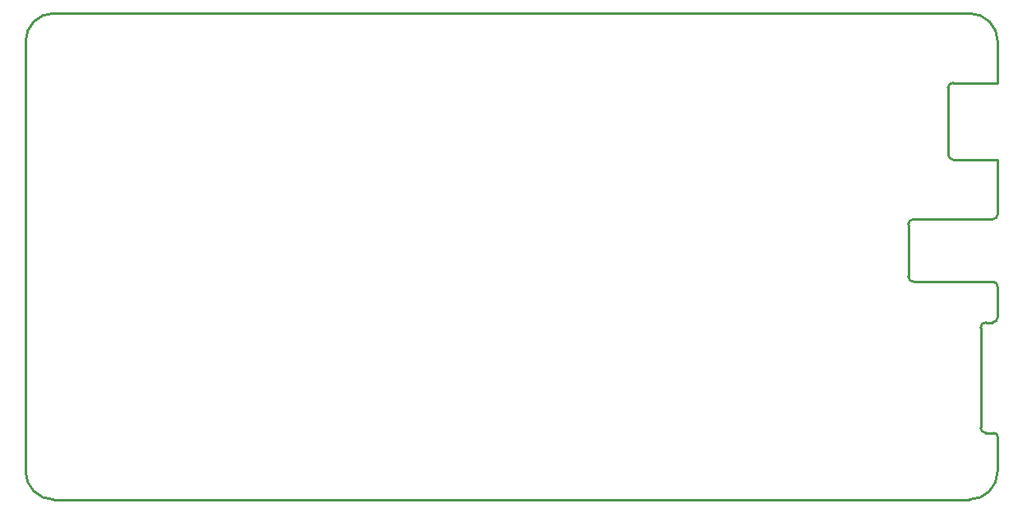
<source format=gm1>
%FSLAX25Y25*%
%MOIN*%
G70*
G01*
G75*
G04 Layer_Color=16711935*
%ADD10C,0.01102*%
%ADD11R,0.01969X0.01969*%
%ADD12C,0.06811*%
%ADD13R,0.02200X0.02200*%
%ADD14R,0.24016X0.12047*%
%ADD15R,0.04331X0.02559*%
%ADD16R,0.04331X0.02200*%
%ADD17R,0.02362X0.04724*%
%ADD18R,0.01882X0.01024*%
%ADD19R,0.06890X0.05709*%
%ADD20R,0.05709X0.06890*%
%ADD21R,0.20866X0.07874*%
%ADD22R,0.08858X0.08465*%
%ADD23R,0.03200X0.03800*%
%ADD24R,0.06000X0.12000*%
%ADD25R,0.18000X0.10000*%
%ADD26R,0.03800X0.03200*%
%ADD27R,0.02874X0.01181*%
%ADD28R,0.01181X0.02874*%
%ADD29R,0.01181X0.03268*%
%ADD30R,0.03268X0.01181*%
%ADD31R,0.12047X0.24016*%
%ADD32R,0.09685X0.03110*%
%ADD33R,0.13000X0.07874*%
%ADD34R,0.04803X0.02441*%
%ADD35R,0.01870X0.00984*%
%ADD36R,0.00984X0.01870*%
%ADD37R,0.04331X0.04331*%
%ADD38R,0.02559X0.04331*%
%ADD39R,0.02047X0.04331*%
%ADD40R,0.03937X0.01378*%
%ADD41R,0.01378X0.03937*%
%ADD42R,0.02402X0.04902*%
%ADD43R,0.04095X0.07087*%
%ADD44R,0.04331X0.05512*%
%ADD45R,0.02165X0.01181*%
%ADD46R,0.02953X0.01181*%
%ADD47R,0.01181X0.02165*%
%ADD48R,0.01181X0.02953*%
%ADD49R,0.20630X0.20630*%
%ADD50R,0.02079X0.01024*%
%ADD51R,0.01024X0.02079*%
%ADD52R,0.10630X0.10630*%
%ADD53R,0.04134X0.01772*%
%ADD54R,0.11575X0.14094*%
%ADD55R,0.06890X0.06890*%
%ADD56O,0.02362X0.01181*%
%ADD57R,0.10000X0.14000*%
%ADD58R,0.02441X0.04803*%
%ADD59R,0.10236X0.03937*%
%ADD60R,0.03937X0.10236*%
%ADD61R,0.12992X0.12992*%
%ADD62R,0.07874X0.09843*%
%ADD63R,0.07874X0.07874*%
%ADD64R,0.02756X0.02165*%
%ADD65R,0.10433X0.03150*%
%ADD66R,0.02165X0.02165*%
%ADD67R,0.02165X0.02756*%
%ADD68R,0.03150X0.10433*%
%ADD69R,0.02165X0.02165*%
%ADD70R,0.02756X0.01181*%
%ADD71R,0.02200X0.01575*%
%ADD72R,0.01575X0.02200*%
G04:AMPARAMS|DCode=73|XSize=22mil|YSize=15.75mil|CornerRadius=0mil|HoleSize=0mil|Usage=FLASHONLY|Rotation=83.000|XOffset=0mil|YOffset=0mil|HoleType=Round|Shape=Rectangle|*
%AMROTATEDRECTD73*
4,1,4,0.00648,-0.01188,-0.00916,-0.00996,-0.00648,0.01188,0.00916,0.00996,0.00648,-0.01188,0.0*
%
%ADD73ROTATEDRECTD73*%

G04:AMPARAMS|DCode=74|XSize=22mil|YSize=15.75mil|CornerRadius=0mil|HoleSize=0mil|Usage=FLASHONLY|Rotation=97.000|XOffset=0mil|YOffset=0mil|HoleType=Round|Shape=Rectangle|*
%AMROTATEDRECTD74*
4,1,4,0.00916,-0.00996,-0.00648,-0.01188,-0.00916,0.00996,0.00648,0.01188,0.00916,-0.00996,0.0*
%
%ADD74ROTATEDRECTD74*%

%ADD75R,0.01969X0.03543*%
%ADD76R,0.03543X0.01969*%
%ADD77R,0.01969X0.03347*%
%ADD78R,0.03347X0.01969*%
%ADD79R,0.06496X0.06496*%
%ADD80R,0.05906X0.05906*%
%ADD81R,0.05906X0.05906*%
%ADD82R,0.07874X0.31496*%
%ADD83C,0.01400*%
%ADD84C,0.01000*%
%ADD85C,0.07000*%
%ADD86C,0.02400*%
%ADD87C,0.01575*%
%ADD88C,0.01100*%
%ADD89C,0.07874*%
%ADD90C,0.02362*%
%ADD91C,0.09000*%
%ADD92C,0.02000*%
%ADD93C,0.02047*%
%ADD94C,0.01600*%
%ADD95C,0.01969*%
%ADD96C,0.01200*%
%ADD97C,0.05000*%
%ADD98C,0.03500*%
%ADD99C,0.02200*%
%ADD100C,0.00984*%
%ADD101R,0.12835X0.09900*%
%ADD102R,0.11900X0.24400*%
%ADD103R,0.10700X0.08011*%
%ADD104R,0.10800X0.14300*%
%ADD105R,0.14525X0.03200*%
%ADD106R,0.18522X0.03500*%
%ADD107R,0.00433X0.01700*%
%ADD108R,0.10800X0.20947*%
%ADD109R,0.12402X0.23701*%
%ADD110R,0.09900X0.12520*%
%ADD111R,0.13976X0.55984*%
%ADD112R,0.35039X0.34961*%
%ADD113C,0.06299*%
%ADD114R,0.06299X0.06299*%
%ADD115R,0.03937X0.03937*%
%ADD116C,0.03937*%
%ADD117R,0.03937X0.03937*%
%ADD118C,0.01400*%
%ADD119C,0.01200*%
%ADD120C,0.01800*%
%ADD121C,0.02000*%
%ADD122C,0.04000*%
%ADD123C,0.01969*%
%ADD124C,0.02598*%
%ADD125C,0.00787*%
%ADD126C,0.01000*%
%ADD127C,0.02500*%
%ADD128C,0.02362*%
%ADD129C,0.14961*%
%ADD130C,0.03000*%
%ADD131R,0.11900X0.14889*%
%ADD132C,0.06000*%
%ADD133R,0.01200X0.02200*%
%ADD134R,0.09843X0.05906*%
%ADD135R,0.05906X0.09843*%
%ADD136R,0.04921X0.01575*%
%ADD137R,0.04921X0.01575*%
%ADD138R,0.08661X0.05512*%
%ADD139R,0.26772X0.26772*%
%ADD140R,0.01378X0.03150*%
%ADD141R,0.03150X0.01378*%
%ADD142R,0.03543X0.01575*%
%ADD143R,0.01969X0.01969*%
%ADD144R,0.05118X0.03347*%
%ADD145C,0.00900*%
%ADD146C,0.02500*%
%ADD147R,0.01850X0.03340*%
%ADD148R,0.05908X0.03435*%
%ADD149R,0.09900X0.13110*%
%ADD150C,0.00394*%
%ADD151C,0.00827*%
%ADD152C,0.00800*%
%ADD153C,0.00787*%
%ADD154C,0.00315*%
%ADD155C,0.00591*%
%ADD156C,0.00787*%
%ADD157C,0.00394*%
%ADD158C,0.00400*%
%ADD159C,0.01378*%
%ADD160C,0.00600*%
%ADD161R,0.01181X0.02165*%
%ADD162R,0.01771X0.02165*%
%ADD163R,0.02165X0.01181*%
%ADD164R,0.02165X0.01771*%
%ADD165R,0.11221X0.13307*%
%ADD166R,0.11102X0.13661*%
%ADD167R,0.10827X0.12214*%
%ADD168R,0.12214X0.10827*%
%ADD169R,0.14902X0.56988*%
%ADD170R,0.35945X0.35886*%
%ADD171R,0.02769X0.02769*%
%ADD172C,0.07611*%
%ADD173R,0.04882X0.03110*%
%ADD174R,0.04882X0.02751*%
%ADD175R,0.02913X0.05276*%
%ADD176R,0.02433X0.01575*%
%ADD177R,0.07690X0.06509*%
%ADD178R,0.06509X0.07690*%
%ADD179R,0.21666X0.08674*%
%ADD180R,0.09658X0.09265*%
%ADD181R,0.03279X0.03879*%
%ADD182R,0.03268X0.01575*%
%ADD183R,0.01575X0.03268*%
%ADD184R,0.01575X0.03661*%
%ADD185R,0.03661X0.01575*%
%ADD186R,0.09764X0.03189*%
%ADD187R,0.05354X0.02992*%
%ADD188R,0.02185X0.01299*%
%ADD189R,0.01299X0.02185*%
%ADD190R,0.04646X0.04646*%
%ADD191R,0.03110X0.04882*%
%ADD192R,0.02598X0.04882*%
%ADD193R,0.04331X0.01772*%
%ADD194R,0.01772X0.04331*%
%ADD195R,0.03202X0.05702*%
%ADD196R,0.04895X0.07887*%
%ADD197R,0.05131X0.06312*%
%ADD198R,0.02559X0.01575*%
%ADD199R,0.03347X0.01575*%
%ADD200R,0.01575X0.02559*%
%ADD201R,0.01575X0.03347*%
%ADD202R,0.21181X0.21181*%
%ADD203R,0.02630X0.01575*%
%ADD204R,0.01575X0.02630*%
%ADD205R,0.11181X0.11181*%
%ADD206R,0.04685X0.02323*%
%ADD207R,0.11811X0.14331*%
%ADD208R,0.07284X0.07284*%
%ADD209O,0.02756X0.01575*%
%ADD210R,0.11430X0.11430*%
%ADD211R,0.02992X0.05354*%
%ADD212R,0.11036X0.04737*%
%ADD213R,0.04737X0.11036*%
%ADD214R,0.13792X0.13792*%
%ADD215R,0.08674X0.10642*%
%ADD216R,0.08674X0.08674*%
%ADD217R,0.03156X0.02565*%
%ADD218R,0.10835X0.03551*%
%ADD219R,0.02565X0.02565*%
%ADD220R,0.02565X0.03156*%
%ADD221R,0.03551X0.10835*%
%ADD222R,0.02565X0.02565*%
%ADD223R,0.03556X0.01981*%
%ADD224R,0.07296X0.07296*%
%ADD225R,0.06706X0.06706*%
%ADD226R,0.06706X0.06706*%
%ADD227R,0.08674X0.32296*%
%ADD228C,0.04737*%
%ADD229R,0.04737X0.04737*%
%ADD230R,0.04737X0.04737*%
%ADD231C,0.03398*%
%ADD232C,0.04800*%
%ADD233C,0.15761*%
%ADD234R,0.17600X0.17600*%
%ADD235R,0.10642X0.06706*%
%ADD236R,0.06706X0.10642*%
%ADD237R,0.05721X0.02375*%
%ADD238R,0.05721X0.02375*%
%ADD239R,0.27165X0.27165*%
%ADD240R,0.01772X0.03543*%
%ADD241R,0.03543X0.01772*%
%ADD242R,0.05918X0.04147*%
%ADD243R,0.03879X0.03279*%
D84*
X393695Y185431D02*
G03*
X382277Y196848I-11417J0D01*
G01*
X11415D02*
G03*
X-3Y185431I0J-11417D01*
G01*
Y11416D02*
G03*
X11415Y-2I11417J0D01*
G01*
X375589Y168698D02*
G03*
X373620Y166729I0J-1969D01*
G01*
Y139662D02*
G03*
X375687Y137595I2067J0D01*
G01*
X386809Y29072D02*
G03*
X388876Y27005I2067J0D01*
G01*
X391632Y113419D02*
G03*
X393699Y115486I0J2067D01*
G01*
X359545Y113422D02*
G03*
X357478Y111355I0J-2067D01*
G01*
X357474Y90292D02*
G03*
X359541Y88225I2067J0D01*
G01*
X393699Y86158D02*
G03*
X391632Y88225I-2067J0D01*
G01*
X391632Y71690D02*
G03*
X393699Y73757I0J2067D01*
G01*
X388876Y71674D02*
G03*
X386809Y69607I0J-2067D01*
G01*
X382277Y-2D02*
G03*
X393695Y11416I0J11417D01*
G01*
X393691Y25436D02*
G03*
X392123Y27004I-1568J0D01*
G01*
X393699Y168698D02*
Y185431D01*
X357478Y90278D02*
Y111355D01*
X-3Y11416D02*
Y185431D01*
X11415Y196848D02*
X382282D01*
X11415Y-2D02*
X382282D01*
X359541Y88225D02*
X391632D01*
X373620Y140056D02*
Y167123D01*
X375589Y168698D02*
X393699D01*
X373620Y139662D02*
Y166729D01*
X375687Y137595D02*
X393699D01*
X359545Y113422D02*
X391730D01*
X393699Y115436D02*
Y137595D01*
X388876Y71690D02*
X391632D01*
X388679Y27005D02*
X392123D01*
X386809Y29072D02*
Y69682D01*
X393699Y73757D02*
Y86158D01*
X393699Y11416D02*
Y25436D01*
M02*

</source>
